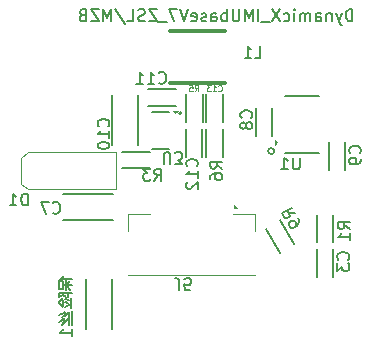
<source format=gbr>
%TF.GenerationSoftware,KiCad,Pcbnew,(6.0.1)*%
%TF.CreationDate,2022-07-23T16:31:21+08:00*%
%TF.ProjectId,IMU_base_V7,494d555f-6261-4736-955f-56372e6b6963,rev?*%
%TF.SameCoordinates,Original*%
%TF.FileFunction,Legend,Bot*%
%TF.FilePolarity,Positive*%
%FSLAX46Y46*%
G04 Gerber Fmt 4.6, Leading zero omitted, Abs format (unit mm)*
G04 Created by KiCad (PCBNEW (6.0.1)) date 2022-07-23 16:31:21*
%MOMM*%
%LPD*%
G01*
G04 APERTURE LIST*
%ADD10C,0.150000*%
%ADD11C,0.100000*%
%ADD12C,0.200000*%
%ADD13C,0.120000*%
%ADD14C,0.050000*%
%ADD15C,0.300000*%
G04 APERTURE END LIST*
D10*
X126023809Y-57252380D02*
X126023809Y-56252380D01*
X125785714Y-56252380D01*
X125642857Y-56300000D01*
X125547619Y-56395238D01*
X125500000Y-56490476D01*
X125452380Y-56680952D01*
X125452380Y-56823809D01*
X125500000Y-57014285D01*
X125547619Y-57109523D01*
X125642857Y-57204761D01*
X125785714Y-57252380D01*
X126023809Y-57252380D01*
X125119047Y-56585714D02*
X124880952Y-57252380D01*
X124642857Y-56585714D02*
X124880952Y-57252380D01*
X124976190Y-57490476D01*
X125023809Y-57538095D01*
X125119047Y-57585714D01*
X124261904Y-56585714D02*
X124261904Y-57252380D01*
X124261904Y-56680952D02*
X124214285Y-56633333D01*
X124119047Y-56585714D01*
X123976190Y-56585714D01*
X123880952Y-56633333D01*
X123833333Y-56728571D01*
X123833333Y-57252380D01*
X122928571Y-57252380D02*
X122928571Y-56728571D01*
X122976190Y-56633333D01*
X123071428Y-56585714D01*
X123261904Y-56585714D01*
X123357142Y-56633333D01*
X122928571Y-57204761D02*
X123023809Y-57252380D01*
X123261904Y-57252380D01*
X123357142Y-57204761D01*
X123404761Y-57109523D01*
X123404761Y-57014285D01*
X123357142Y-56919047D01*
X123261904Y-56871428D01*
X123023809Y-56871428D01*
X122928571Y-56823809D01*
X122452380Y-57252380D02*
X122452380Y-56585714D01*
X122452380Y-56680952D02*
X122404761Y-56633333D01*
X122309523Y-56585714D01*
X122166666Y-56585714D01*
X122071428Y-56633333D01*
X122023809Y-56728571D01*
X122023809Y-57252380D01*
X122023809Y-56728571D02*
X121976190Y-56633333D01*
X121880952Y-56585714D01*
X121738095Y-56585714D01*
X121642857Y-56633333D01*
X121595238Y-56728571D01*
X121595238Y-57252380D01*
X121119047Y-57252380D02*
X121119047Y-56585714D01*
X121119047Y-56252380D02*
X121166666Y-56300000D01*
X121119047Y-56347619D01*
X121071428Y-56300000D01*
X121119047Y-56252380D01*
X121119047Y-56347619D01*
X120214285Y-57204761D02*
X120309523Y-57252380D01*
X120500000Y-57252380D01*
X120595238Y-57204761D01*
X120642857Y-57157142D01*
X120690476Y-57061904D01*
X120690476Y-56776190D01*
X120642857Y-56680952D01*
X120595238Y-56633333D01*
X120500000Y-56585714D01*
X120309523Y-56585714D01*
X120214285Y-56633333D01*
X119880952Y-56252380D02*
X119214285Y-57252380D01*
X119214285Y-56252380D02*
X119880952Y-57252380D01*
X119071428Y-57347619D02*
X118309523Y-57347619D01*
X118071428Y-57252380D02*
X118071428Y-56252380D01*
X117595238Y-57252380D02*
X117595238Y-56252380D01*
X117261904Y-56966666D01*
X116928571Y-56252380D01*
X116928571Y-57252380D01*
X116452380Y-56252380D02*
X116452380Y-57061904D01*
X116404761Y-57157142D01*
X116357142Y-57204761D01*
X116261904Y-57252380D01*
X116071428Y-57252380D01*
X115976190Y-57204761D01*
X115928571Y-57157142D01*
X115880952Y-57061904D01*
X115880952Y-56252380D01*
X115404761Y-57252380D02*
X115404761Y-56252380D01*
X115404761Y-56633333D02*
X115309523Y-56585714D01*
X115119047Y-56585714D01*
X115023809Y-56633333D01*
X114976190Y-56680952D01*
X114928571Y-56776190D01*
X114928571Y-57061904D01*
X114976190Y-57157142D01*
X115023809Y-57204761D01*
X115119047Y-57252380D01*
X115309523Y-57252380D01*
X115404761Y-57204761D01*
X114071428Y-57252380D02*
X114071428Y-56728571D01*
X114119047Y-56633333D01*
X114214285Y-56585714D01*
X114404761Y-56585714D01*
X114500000Y-56633333D01*
X114071428Y-57204761D02*
X114166666Y-57252380D01*
X114404761Y-57252380D01*
X114500000Y-57204761D01*
X114547619Y-57109523D01*
X114547619Y-57014285D01*
X114500000Y-56919047D01*
X114404761Y-56871428D01*
X114166666Y-56871428D01*
X114071428Y-56823809D01*
X113642857Y-57204761D02*
X113547619Y-57252380D01*
X113357142Y-57252380D01*
X113261904Y-57204761D01*
X113214285Y-57109523D01*
X113214285Y-57061904D01*
X113261904Y-56966666D01*
X113357142Y-56919047D01*
X113500000Y-56919047D01*
X113595238Y-56871428D01*
X113642857Y-56776190D01*
X113642857Y-56728571D01*
X113595238Y-56633333D01*
X113500000Y-56585714D01*
X113357142Y-56585714D01*
X113261904Y-56633333D01*
X112404761Y-57204761D02*
X112500000Y-57252380D01*
X112690476Y-57252380D01*
X112785714Y-57204761D01*
X112833333Y-57109523D01*
X112833333Y-56728571D01*
X112785714Y-56633333D01*
X112690476Y-56585714D01*
X112500000Y-56585714D01*
X112404761Y-56633333D01*
X112357142Y-56728571D01*
X112357142Y-56823809D01*
X112833333Y-56919047D01*
X112071428Y-56252380D02*
X111738095Y-57252380D01*
X111404761Y-56252380D01*
X111166666Y-56252380D02*
X110500000Y-56252380D01*
X110928571Y-57252380D01*
X110357142Y-57347619D02*
X109595238Y-57347619D01*
X109452380Y-56252380D02*
X108785714Y-56252380D01*
X109452380Y-57252380D01*
X108785714Y-57252380D01*
X108452380Y-57204761D02*
X108309523Y-57252380D01*
X108071428Y-57252380D01*
X107976190Y-57204761D01*
X107928571Y-57157142D01*
X107880952Y-57061904D01*
X107880952Y-56966666D01*
X107928571Y-56871428D01*
X107976190Y-56823809D01*
X108071428Y-56776190D01*
X108261904Y-56728571D01*
X108357142Y-56680952D01*
X108404761Y-56633333D01*
X108452380Y-56538095D01*
X108452380Y-56442857D01*
X108404761Y-56347619D01*
X108357142Y-56300000D01*
X108261904Y-56252380D01*
X108023809Y-56252380D01*
X107880952Y-56300000D01*
X106976190Y-57252380D02*
X107452380Y-57252380D01*
X107452380Y-56252380D01*
X105928571Y-56204761D02*
X106785714Y-57490476D01*
X105595238Y-57252380D02*
X105595238Y-56252380D01*
X105261904Y-56966666D01*
X104928571Y-56252380D01*
X104928571Y-57252380D01*
X104547619Y-56252380D02*
X103880952Y-56252380D01*
X104547619Y-57252380D01*
X103880952Y-57252380D01*
X103166666Y-56728571D02*
X103023809Y-56776190D01*
X102976190Y-56823809D01*
X102928571Y-56919047D01*
X102928571Y-57061904D01*
X102976190Y-57157142D01*
X103023809Y-57204761D01*
X103119047Y-57252380D01*
X103500000Y-57252380D01*
X103500000Y-56252380D01*
X103166666Y-56252380D01*
X103071428Y-56300000D01*
X103023809Y-56347619D01*
X102976190Y-56442857D01*
X102976190Y-56538095D01*
X103023809Y-56633333D01*
X103071428Y-56680952D01*
X103166666Y-56728571D01*
X103500000Y-56728571D01*
X111550000Y-65050000D02*
G75*
G03*
X111550000Y-65050000I-100000J0D01*
G01*
X119404951Y-68250000D02*
G75*
G03*
X119404951Y-68250000I-254951J0D01*
G01*
%TO.C,\u4FDD\u9669\u4E1D1*%
X101538095Y-79280952D02*
X101538095Y-79947619D01*
X101776190Y-79185714D02*
X101776190Y-79995238D01*
X101347619Y-79042857D02*
X102252380Y-79042857D01*
X101204761Y-79280952D02*
X101538095Y-79280952D01*
X101538095Y-79614285D02*
X102252380Y-79614285D01*
X101204761Y-79280952D02*
X101204761Y-79947619D01*
X101538095Y-79947619D01*
X101871428Y-79661904D02*
X102157142Y-79995238D01*
X101823809Y-79614285D02*
X101871428Y-79519047D01*
X102157142Y-79233333D01*
X101157142Y-79138095D02*
X101395238Y-79042857D01*
X101633333Y-78804761D01*
X101538095Y-80852380D02*
X101538095Y-81280952D01*
X101966666Y-80376190D02*
X101966666Y-80566666D01*
X102204761Y-80661904D02*
X102204761Y-81519047D01*
X101157142Y-80280952D02*
X102252380Y-80280952D01*
X101538095Y-80471428D02*
X101776190Y-80566666D01*
X101157142Y-81090476D02*
X101538095Y-81423809D01*
X101204761Y-81042857D02*
X101538095Y-80709523D01*
X101680952Y-81423809D02*
X102204761Y-81185714D01*
X101204761Y-80280952D02*
X101204761Y-80566666D01*
X101490476Y-80423809D01*
X101728571Y-80804761D02*
X102014285Y-80852380D01*
X101680952Y-81042857D02*
X101966666Y-81090476D01*
X102014285Y-82423809D02*
X102014285Y-82947619D01*
X102014285Y-81852380D02*
X102014285Y-82280952D01*
X102252380Y-81757142D02*
X102252380Y-82995238D01*
X101442857Y-82947619D02*
X101633333Y-82757142D01*
X101442857Y-82519047D02*
X101633333Y-82423809D01*
X101633333Y-82804761D01*
X102014285Y-82423809D01*
X101442857Y-82280952D02*
X101633333Y-82233333D01*
X101490476Y-81947619D02*
X101680952Y-81852380D01*
X101680952Y-82185714D01*
X102014285Y-81852380D01*
X101157142Y-82138095D02*
X101585714Y-81947619D01*
X101157142Y-82709523D02*
X101538095Y-82519047D01*
X102252380Y-83900000D02*
X102252380Y-83328571D01*
X102252380Y-83614285D02*
X101252380Y-83614285D01*
X101395238Y-83519047D01*
X101490476Y-83423809D01*
X101538095Y-83328571D01*
%TO.C,D1*%
X98538095Y-72852380D02*
X98538095Y-71852380D01*
X98300000Y-71852380D01*
X98157142Y-71900000D01*
X98061904Y-71995238D01*
X98014285Y-72090476D01*
X97966666Y-72280952D01*
X97966666Y-72423809D01*
X98014285Y-72614285D01*
X98061904Y-72709523D01*
X98157142Y-72804761D01*
X98300000Y-72852380D01*
X98538095Y-72852380D01*
X97014285Y-72852380D02*
X97585714Y-72852380D01*
X97300000Y-72852380D02*
X97300000Y-71852380D01*
X97395238Y-71995238D01*
X97490476Y-72090476D01*
X97585714Y-72138095D01*
%TO.C,C3*%
X125657142Y-77433333D02*
X125704761Y-77385714D01*
X125752380Y-77242857D01*
X125752380Y-77147619D01*
X125704761Y-77004761D01*
X125609523Y-76909523D01*
X125514285Y-76861904D01*
X125323809Y-76814285D01*
X125180952Y-76814285D01*
X124990476Y-76861904D01*
X124895238Y-76909523D01*
X124800000Y-77004761D01*
X124752380Y-77147619D01*
X124752380Y-77242857D01*
X124800000Y-77385714D01*
X124847619Y-77433333D01*
X124752380Y-77766666D02*
X124752380Y-78385714D01*
X125133333Y-78052380D01*
X125133333Y-78195238D01*
X125180952Y-78290476D01*
X125228571Y-78338095D01*
X125323809Y-78385714D01*
X125561904Y-78385714D01*
X125657142Y-78338095D01*
X125704761Y-78290476D01*
X125752380Y-78195238D01*
X125752380Y-77909523D01*
X125704761Y-77814285D01*
X125657142Y-77766666D01*
%TO.C,C7*%
X100666666Y-73457142D02*
X100714285Y-73504761D01*
X100857142Y-73552380D01*
X100952380Y-73552380D01*
X101095238Y-73504761D01*
X101190476Y-73409523D01*
X101238095Y-73314285D01*
X101285714Y-73123809D01*
X101285714Y-72980952D01*
X101238095Y-72790476D01*
X101190476Y-72695238D01*
X101095238Y-72600000D01*
X100952380Y-72552380D01*
X100857142Y-72552380D01*
X100714285Y-72600000D01*
X100666666Y-72647619D01*
X100333333Y-72552380D02*
X99666666Y-72552380D01*
X100095238Y-73552380D01*
%TO.C,C9*%
X126657142Y-68433333D02*
X126704761Y-68385714D01*
X126752380Y-68242857D01*
X126752380Y-68147619D01*
X126704761Y-68004761D01*
X126609523Y-67909523D01*
X126514285Y-67861904D01*
X126323809Y-67814285D01*
X126180952Y-67814285D01*
X125990476Y-67861904D01*
X125895238Y-67909523D01*
X125800000Y-68004761D01*
X125752380Y-68147619D01*
X125752380Y-68242857D01*
X125800000Y-68385714D01*
X125847619Y-68433333D01*
X126752380Y-68909523D02*
X126752380Y-69100000D01*
X126704761Y-69195238D01*
X126657142Y-69242857D01*
X126514285Y-69338095D01*
X126323809Y-69385714D01*
X125942857Y-69385714D01*
X125847619Y-69338095D01*
X125800000Y-69290476D01*
X125752380Y-69195238D01*
X125752380Y-69004761D01*
X125800000Y-68909523D01*
X125847619Y-68861904D01*
X125942857Y-68814285D01*
X126180952Y-68814285D01*
X126276190Y-68861904D01*
X126323809Y-68909523D01*
X126371428Y-69004761D01*
X126371428Y-69195238D01*
X126323809Y-69290476D01*
X126276190Y-69338095D01*
X126180952Y-69385714D01*
%TO.C,C11*%
X109642857Y-62457142D02*
X109690476Y-62504761D01*
X109833333Y-62552380D01*
X109928571Y-62552380D01*
X110071428Y-62504761D01*
X110166666Y-62409523D01*
X110214285Y-62314285D01*
X110261904Y-62123809D01*
X110261904Y-61980952D01*
X110214285Y-61790476D01*
X110166666Y-61695238D01*
X110071428Y-61600000D01*
X109928571Y-61552380D01*
X109833333Y-61552380D01*
X109690476Y-61600000D01*
X109642857Y-61647619D01*
X108690476Y-62552380D02*
X109261904Y-62552380D01*
X108976190Y-62552380D02*
X108976190Y-61552380D01*
X109071428Y-61695238D01*
X109166666Y-61790476D01*
X109261904Y-61838095D01*
X107738095Y-62552380D02*
X108309523Y-62552380D01*
X108023809Y-62552380D02*
X108023809Y-61552380D01*
X108119047Y-61695238D01*
X108214285Y-61790476D01*
X108309523Y-61838095D01*
%TO.C,J5*%
X111366666Y-79997619D02*
X111366666Y-79283333D01*
X111319047Y-79140476D01*
X111223809Y-79045238D01*
X111080952Y-78997619D01*
X110985714Y-78997619D01*
X112319047Y-79997619D02*
X111842857Y-79997619D01*
X111795238Y-79521428D01*
X111842857Y-79569047D01*
X111938095Y-79616666D01*
X112176190Y-79616666D01*
X112271428Y-79569047D01*
X112319047Y-79521428D01*
X112366666Y-79426190D01*
X112366666Y-79188095D01*
X112319047Y-79092857D01*
X112271428Y-79045238D01*
X112176190Y-78997619D01*
X111938095Y-78997619D01*
X111842857Y-79045238D01*
X111795238Y-79092857D01*
%TO.C,C12*%
X112857142Y-69557142D02*
X112904761Y-69509523D01*
X112952380Y-69366666D01*
X112952380Y-69271428D01*
X112904761Y-69128571D01*
X112809523Y-69033333D01*
X112714285Y-68985714D01*
X112523809Y-68938095D01*
X112380952Y-68938095D01*
X112190476Y-68985714D01*
X112095238Y-69033333D01*
X112000000Y-69128571D01*
X111952380Y-69271428D01*
X111952380Y-69366666D01*
X112000000Y-69509523D01*
X112047619Y-69557142D01*
X112952380Y-70509523D02*
X112952380Y-69938095D01*
X112952380Y-70223809D02*
X111952380Y-70223809D01*
X112095238Y-70128571D01*
X112190476Y-70033333D01*
X112238095Y-69938095D01*
X112047619Y-70890476D02*
X112000000Y-70938095D01*
X111952380Y-71033333D01*
X111952380Y-71271428D01*
X112000000Y-71366666D01*
X112047619Y-71414285D01*
X112142857Y-71461904D01*
X112238095Y-71461904D01*
X112380952Y-71414285D01*
X112952380Y-70842857D01*
X112952380Y-71461904D01*
D11*
%TO.C,C13*%
X114671428Y-63128571D02*
X114695238Y-63152380D01*
X114766666Y-63176190D01*
X114814285Y-63176190D01*
X114885714Y-63152380D01*
X114933333Y-63104761D01*
X114957142Y-63057142D01*
X114980952Y-62961904D01*
X114980952Y-62890476D01*
X114957142Y-62795238D01*
X114933333Y-62747619D01*
X114885714Y-62700000D01*
X114814285Y-62676190D01*
X114766666Y-62676190D01*
X114695238Y-62700000D01*
X114671428Y-62723809D01*
X114195238Y-63176190D02*
X114480952Y-63176190D01*
X114338095Y-63176190D02*
X114338095Y-62676190D01*
X114385714Y-62747619D01*
X114433333Y-62795238D01*
X114480952Y-62819047D01*
X114028571Y-62676190D02*
X113719047Y-62676190D01*
X113885714Y-62866666D01*
X113814285Y-62866666D01*
X113766666Y-62890476D01*
X113742857Y-62914285D01*
X113719047Y-62961904D01*
X113719047Y-63080952D01*
X113742857Y-63128571D01*
X113766666Y-63152380D01*
X113814285Y-63176190D01*
X113957142Y-63176190D01*
X114004761Y-63152380D01*
X114028571Y-63128571D01*
D10*
%TO.C,L1*%
X117766666Y-60352380D02*
X118242857Y-60352380D01*
X118242857Y-59352380D01*
X116909523Y-60352380D02*
X117480952Y-60352380D01*
X117195238Y-60352380D02*
X117195238Y-59352380D01*
X117290476Y-59495238D01*
X117385714Y-59590476D01*
X117480952Y-59638095D01*
%TO.C,R1*%
X125802380Y-74833333D02*
X125326190Y-74500000D01*
X125802380Y-74261904D02*
X124802380Y-74261904D01*
X124802380Y-74642857D01*
X124850000Y-74738095D01*
X124897619Y-74785714D01*
X124992857Y-74833333D01*
X125135714Y-74833333D01*
X125230952Y-74785714D01*
X125278571Y-74738095D01*
X125326190Y-74642857D01*
X125326190Y-74261904D01*
X125802380Y-75785714D02*
X125802380Y-75214285D01*
X125802380Y-75500000D02*
X124802380Y-75500000D01*
X124945238Y-75404761D01*
X125040476Y-75309523D01*
X125088095Y-75214285D01*
%TO.C,U1*%
X121561904Y-68802380D02*
X121561904Y-69611904D01*
X121514285Y-69707142D01*
X121466666Y-69754761D01*
X121371428Y-69802380D01*
X121180952Y-69802380D01*
X121085714Y-69754761D01*
X121038095Y-69707142D01*
X120990476Y-69611904D01*
X120990476Y-68802380D01*
X119990476Y-69802380D02*
X120561904Y-69802380D01*
X120276190Y-69802380D02*
X120276190Y-68802380D01*
X120371428Y-68945238D01*
X120466666Y-69040476D01*
X120561904Y-69088095D01*
%TO.C,U3*%
X110038095Y-69347619D02*
X110038095Y-68538095D01*
X110085714Y-68442857D01*
X110133333Y-68395238D01*
X110228571Y-68347619D01*
X110419047Y-68347619D01*
X110514285Y-68395238D01*
X110561904Y-68442857D01*
X110609523Y-68538095D01*
X110609523Y-69347619D01*
X110990476Y-69347619D02*
X111609523Y-69347619D01*
X111276190Y-68966666D01*
X111419047Y-68966666D01*
X111514285Y-68919047D01*
X111561904Y-68871428D01*
X111609523Y-68776190D01*
X111609523Y-68538095D01*
X111561904Y-68442857D01*
X111514285Y-68395238D01*
X111419047Y-68347619D01*
X111133333Y-68347619D01*
X111038095Y-68395238D01*
X110990476Y-68442857D01*
%TO.C,R3*%
X109266666Y-70752380D02*
X109600000Y-70276190D01*
X109838095Y-70752380D02*
X109838095Y-69752380D01*
X109457142Y-69752380D01*
X109361904Y-69800000D01*
X109314285Y-69847619D01*
X109266666Y-69942857D01*
X109266666Y-70085714D01*
X109314285Y-70180952D01*
X109361904Y-70228571D01*
X109457142Y-70276190D01*
X109838095Y-70276190D01*
X108933333Y-69752380D02*
X108314285Y-69752380D01*
X108647619Y-70133333D01*
X108504761Y-70133333D01*
X108409523Y-70180952D01*
X108361904Y-70228571D01*
X108314285Y-70323809D01*
X108314285Y-70561904D01*
X108361904Y-70657142D01*
X108409523Y-70704761D01*
X108504761Y-70752380D01*
X108790476Y-70752380D01*
X108885714Y-70704761D01*
X108933333Y-70657142D01*
%TO.C,C8*%
X117457142Y-65433333D02*
X117504761Y-65385714D01*
X117552380Y-65242857D01*
X117552380Y-65147619D01*
X117504761Y-65004761D01*
X117409523Y-64909523D01*
X117314285Y-64861904D01*
X117123809Y-64814285D01*
X116980952Y-64814285D01*
X116790476Y-64861904D01*
X116695238Y-64909523D01*
X116600000Y-65004761D01*
X116552380Y-65147619D01*
X116552380Y-65242857D01*
X116600000Y-65385714D01*
X116647619Y-65433333D01*
X116980952Y-66004761D02*
X116933333Y-65909523D01*
X116885714Y-65861904D01*
X116790476Y-65814285D01*
X116742857Y-65814285D01*
X116647619Y-65861904D01*
X116600000Y-65909523D01*
X116552380Y-66004761D01*
X116552380Y-66195238D01*
X116600000Y-66290476D01*
X116647619Y-66338095D01*
X116742857Y-66385714D01*
X116790476Y-66385714D01*
X116885714Y-66338095D01*
X116933333Y-66290476D01*
X116980952Y-66195238D01*
X116980952Y-66004761D01*
X117028571Y-65909523D01*
X117076190Y-65861904D01*
X117171428Y-65814285D01*
X117361904Y-65814285D01*
X117457142Y-65861904D01*
X117504761Y-65909523D01*
X117552380Y-66004761D01*
X117552380Y-66195238D01*
X117504761Y-66290476D01*
X117457142Y-66338095D01*
X117361904Y-66385714D01*
X117171428Y-66385714D01*
X117076190Y-66338095D01*
X117028571Y-66290476D01*
X116980952Y-66195238D01*
D11*
%TO.C,R5*%
X112683333Y-63176190D02*
X112850000Y-62938095D01*
X112969047Y-63176190D02*
X112969047Y-62676190D01*
X112778571Y-62676190D01*
X112730952Y-62700000D01*
X112707142Y-62723809D01*
X112683333Y-62771428D01*
X112683333Y-62842857D01*
X112707142Y-62890476D01*
X112730952Y-62914285D01*
X112778571Y-62938095D01*
X112969047Y-62938095D01*
X112230952Y-62676190D02*
X112469047Y-62676190D01*
X112492857Y-62914285D01*
X112469047Y-62890476D01*
X112421428Y-62866666D01*
X112302380Y-62866666D01*
X112254761Y-62890476D01*
X112230952Y-62914285D01*
X112207142Y-62961904D01*
X112207142Y-63080952D01*
X112230952Y-63128571D01*
X112254761Y-63152380D01*
X112302380Y-63176190D01*
X112421428Y-63176190D01*
X112469047Y-63152380D01*
X112492857Y-63128571D01*
D10*
%TO.C,R9*%
X121208440Y-73529471D02*
X120629380Y-73478892D01*
X120922725Y-73034600D02*
X120056700Y-73534600D01*
X120247176Y-73864514D01*
X120336034Y-73923183D01*
X120401083Y-73940613D01*
X120507371Y-73934233D01*
X120631089Y-73862805D01*
X120689758Y-73773946D01*
X120707188Y-73708898D01*
X120700808Y-73602609D01*
X120510332Y-73272695D01*
X121446535Y-73941865D02*
X121541773Y-74106822D01*
X121548153Y-74213110D01*
X121530723Y-74278159D01*
X121454624Y-74432066D01*
X121313476Y-74568543D01*
X120983562Y-74759019D01*
X120877274Y-74765399D01*
X120812225Y-74747969D01*
X120723367Y-74689300D01*
X120628128Y-74524343D01*
X120621749Y-74418055D01*
X120639178Y-74353006D01*
X120697848Y-74264148D01*
X120904044Y-74145100D01*
X121010332Y-74138720D01*
X121075381Y-74156150D01*
X121164239Y-74214819D01*
X121259478Y-74379777D01*
X121265857Y-74486065D01*
X121248427Y-74551113D01*
X121189758Y-74639972D01*
%TO.C,R6*%
X115002380Y-69733333D02*
X114526190Y-69400000D01*
X115002380Y-69161904D02*
X114002380Y-69161904D01*
X114002380Y-69542857D01*
X114050000Y-69638095D01*
X114097619Y-69685714D01*
X114192857Y-69733333D01*
X114335714Y-69733333D01*
X114430952Y-69685714D01*
X114478571Y-69638095D01*
X114526190Y-69542857D01*
X114526190Y-69161904D01*
X114002380Y-70590476D02*
X114002380Y-70400000D01*
X114050000Y-70304761D01*
X114097619Y-70257142D01*
X114240476Y-70161904D01*
X114430952Y-70114285D01*
X114811904Y-70114285D01*
X114907142Y-70161904D01*
X114954761Y-70209523D01*
X115002380Y-70304761D01*
X115002380Y-70495238D01*
X114954761Y-70590476D01*
X114907142Y-70638095D01*
X114811904Y-70685714D01*
X114573809Y-70685714D01*
X114478571Y-70638095D01*
X114430952Y-70590476D01*
X114383333Y-70495238D01*
X114383333Y-70304761D01*
X114430952Y-70209523D01*
X114478571Y-70161904D01*
X114573809Y-70114285D01*
%TO.C,C10*%
X105357142Y-66157142D02*
X105404761Y-66109523D01*
X105452380Y-65966666D01*
X105452380Y-65871428D01*
X105404761Y-65728571D01*
X105309523Y-65633333D01*
X105214285Y-65585714D01*
X105023809Y-65538095D01*
X104880952Y-65538095D01*
X104690476Y-65585714D01*
X104595238Y-65633333D01*
X104500000Y-65728571D01*
X104452380Y-65871428D01*
X104452380Y-65966666D01*
X104500000Y-66109523D01*
X104547619Y-66157142D01*
X105452380Y-67109523D02*
X105452380Y-66538095D01*
X105452380Y-66823809D02*
X104452380Y-66823809D01*
X104595238Y-66728571D01*
X104690476Y-66633333D01*
X104738095Y-66538095D01*
X104452380Y-67728571D02*
X104452380Y-67823809D01*
X104500000Y-67919047D01*
X104547619Y-67966666D01*
X104642857Y-68014285D01*
X104833333Y-68061904D01*
X105071428Y-68061904D01*
X105261904Y-68014285D01*
X105357142Y-67966666D01*
X105404761Y-67919047D01*
X105452380Y-67823809D01*
X105452380Y-67728571D01*
X105404761Y-67633333D01*
X105357142Y-67585714D01*
X105261904Y-67538095D01*
X105071428Y-67490476D01*
X104833333Y-67490476D01*
X104642857Y-67538095D01*
X104547619Y-67585714D01*
X104500000Y-67633333D01*
X104452380Y-67728571D01*
D12*
%TO.C,\u4FDD\u9669\u4E1D1*%
X103500000Y-79100000D02*
X103500000Y-83300000D01*
X105700000Y-79100000D02*
X105700000Y-83300000D01*
D13*
%TO.C,D1*%
X106000000Y-68300000D02*
X106000000Y-71500000D01*
X98000000Y-68800000D02*
X98550000Y-68300000D01*
X98000000Y-71000000D02*
X98550000Y-71500000D01*
X98000000Y-71000000D02*
X98000000Y-68800000D01*
X106000000Y-71500000D02*
X98550000Y-71500000D01*
X106000000Y-68300000D02*
X98550000Y-68300000D01*
D10*
%TO.C,C3*%
X124400000Y-76525000D02*
X124400000Y-78875000D01*
X123000000Y-76525000D02*
X123000000Y-78875000D01*
D12*
%TO.C,C7*%
X105750000Y-74100000D02*
X101550000Y-74100000D01*
X105750000Y-71900000D02*
X101550000Y-71900000D01*
D10*
%TO.C,C9*%
X125433700Y-69875000D02*
X125433700Y-67525000D01*
X124033700Y-69875000D02*
X124033700Y-67525000D01*
%TO.C,C11*%
X111075000Y-63000000D02*
X108725000Y-63000000D01*
X111075000Y-64400000D02*
X108725000Y-64400000D01*
D11*
%TO.C,J5*%
X106989800Y-73616500D02*
X108869400Y-73616500D01*
X117810200Y-73616500D02*
X117810200Y-74988100D01*
X115930600Y-73616500D02*
X117810200Y-73616500D01*
X117800000Y-78767300D02*
X107000000Y-78767300D01*
X106989800Y-73616500D02*
X106989800Y-74988100D01*
D14*
X115970600Y-72807700D02*
X115970600Y-73057700D01*
X115970600Y-73057700D02*
X116220600Y-73057700D01*
X116220600Y-73057700D02*
X115970600Y-72807700D01*
G36*
X116220600Y-73057700D02*
G01*
X115970600Y-73057700D01*
X115970600Y-72807700D01*
X116220600Y-73057700D01*
G37*
X116220600Y-73057700D02*
X115970600Y-73057700D01*
X115970600Y-72807700D01*
X116220600Y-73057700D01*
D10*
%TO.C,C12*%
X113300000Y-66375000D02*
X113300000Y-68725000D01*
X111900000Y-66375000D02*
X111900000Y-68725000D01*
%TO.C,C13*%
X113650000Y-65775000D02*
X113650000Y-63425000D01*
X115050000Y-65775000D02*
X115050000Y-63425000D01*
D15*
%TO.C,L1*%
X110600000Y-58050000D02*
X115200000Y-58050000D01*
X110600000Y-62450000D02*
X115200000Y-62450000D01*
D10*
%TO.C,R1*%
X124400000Y-73625000D02*
X124400000Y-75975000D01*
X123000000Y-73625000D02*
X123000000Y-75975000D01*
D12*
%TO.C,U1*%
X123158700Y-63600000D02*
X120358700Y-63600000D01*
X123158700Y-68400000D02*
X120358700Y-68400000D01*
D14*
X119466300Y-67724000D02*
X119666300Y-67524000D01*
X119666300Y-67524000D02*
X119466300Y-67324000D01*
X119466300Y-67324000D02*
X119466300Y-67724000D01*
G36*
X119666300Y-67524000D02*
G01*
X119466300Y-67724000D01*
X119466300Y-67324000D01*
X119666300Y-67524000D01*
G37*
X119666300Y-67524000D02*
X119466300Y-67724000D01*
X119466300Y-67324000D01*
X119666300Y-67524000D01*
D12*
%TO.C,U3*%
X110500000Y-64950000D02*
X109100000Y-64950000D01*
X110500000Y-68050000D02*
X109100000Y-68050000D01*
D14*
X110850000Y-64850000D02*
X111050000Y-65050000D01*
X111050000Y-65050000D02*
X111250000Y-64850000D01*
X111250000Y-64850000D02*
X110850000Y-64850000D01*
G36*
X111050000Y-65050000D02*
G01*
X110850000Y-64850000D01*
X111250000Y-64850000D01*
X111050000Y-65050000D01*
G37*
X111050000Y-65050000D02*
X110850000Y-64850000D01*
X111250000Y-64850000D01*
X111050000Y-65050000D01*
D10*
%TO.C,R3*%
X106525000Y-69700000D02*
X108875000Y-69700000D01*
X106525000Y-68300000D02*
X108875000Y-68300000D01*
%TO.C,C8*%
X119233700Y-66975000D02*
X119233700Y-64625000D01*
X117833700Y-66975000D02*
X117833700Y-64625000D01*
%TO.C,R5*%
X113350000Y-63425000D02*
X113350000Y-65775000D01*
X111950000Y-63425000D02*
X111950000Y-65775000D01*
%TO.C,R9*%
X121093718Y-76160400D02*
X119918718Y-74125240D01*
X119881282Y-76860400D02*
X118706282Y-74825240D01*
%TO.C,R6*%
X115050000Y-66375000D02*
X115050000Y-68725000D01*
X113650000Y-66375000D02*
X113650000Y-68725000D01*
D12*
%TO.C,C10*%
X105700000Y-63500000D02*
X105700000Y-67700000D01*
X107900000Y-63500000D02*
X107900000Y-67700000D01*
%TD*%
M02*

</source>
